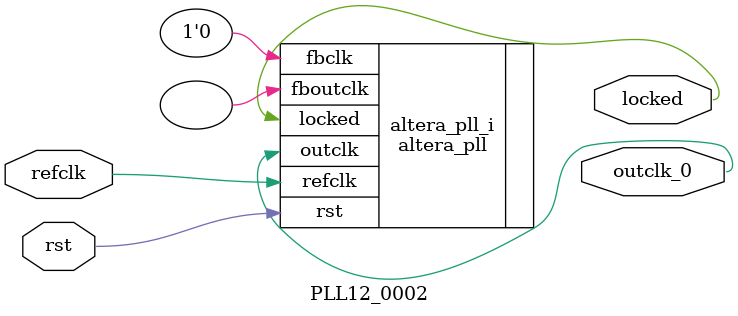
<source format=v>
`timescale 1ns/10ps
module  PLL12_0002(

	// interface 'refclk'
	input wire refclk,

	// interface 'reset'
	input wire rst,

	// interface 'outclk0'
	output wire outclk_0,

	// interface 'locked'
	output wire locked
);

	altera_pll #(
		.fractional_vco_multiplier("false"),
		.reference_clock_frequency("12.0 MHz"),
		.operation_mode("normal"),
		.number_of_clocks(1),
		.output_clock_frequency0("12.000000 MHz"),
		.phase_shift0("0 ps"),
		.duty_cycle0(50),
		.output_clock_frequency1("0 MHz"),
		.phase_shift1("0 ps"),
		.duty_cycle1(50),
		.output_clock_frequency2("0 MHz"),
		.phase_shift2("0 ps"),
		.duty_cycle2(50),
		.output_clock_frequency3("0 MHz"),
		.phase_shift3("0 ps"),
		.duty_cycle3(50),
		.output_clock_frequency4("0 MHz"),
		.phase_shift4("0 ps"),
		.duty_cycle4(50),
		.output_clock_frequency5("0 MHz"),
		.phase_shift5("0 ps"),
		.duty_cycle5(50),
		.output_clock_frequency6("0 MHz"),
		.phase_shift6("0 ps"),
		.duty_cycle6(50),
		.output_clock_frequency7("0 MHz"),
		.phase_shift7("0 ps"),
		.duty_cycle7(50),
		.output_clock_frequency8("0 MHz"),
		.phase_shift8("0 ps"),
		.duty_cycle8(50),
		.output_clock_frequency9("0 MHz"),
		.phase_shift9("0 ps"),
		.duty_cycle9(50),
		.output_clock_frequency10("0 MHz"),
		.phase_shift10("0 ps"),
		.duty_cycle10(50),
		.output_clock_frequency11("0 MHz"),
		.phase_shift11("0 ps"),
		.duty_cycle11(50),
		.output_clock_frequency12("0 MHz"),
		.phase_shift12("0 ps"),
		.duty_cycle12(50),
		.output_clock_frequency13("0 MHz"),
		.phase_shift13("0 ps"),
		.duty_cycle13(50),
		.output_clock_frequency14("0 MHz"),
		.phase_shift14("0 ps"),
		.duty_cycle14(50),
		.output_clock_frequency15("0 MHz"),
		.phase_shift15("0 ps"),
		.duty_cycle15(50),
		.output_clock_frequency16("0 MHz"),
		.phase_shift16("0 ps"),
		.duty_cycle16(50),
		.output_clock_frequency17("0 MHz"),
		.phase_shift17("0 ps"),
		.duty_cycle17(50),
		.pll_type("General"),
		.pll_subtype("General")
	) altera_pll_i (
		.rst	(rst),
		.outclk	({outclk_0}),
		.locked	(locked),
		.fboutclk	( ),
		.fbclk	(1'b0),
		.refclk	(refclk)
	);
endmodule


</source>
